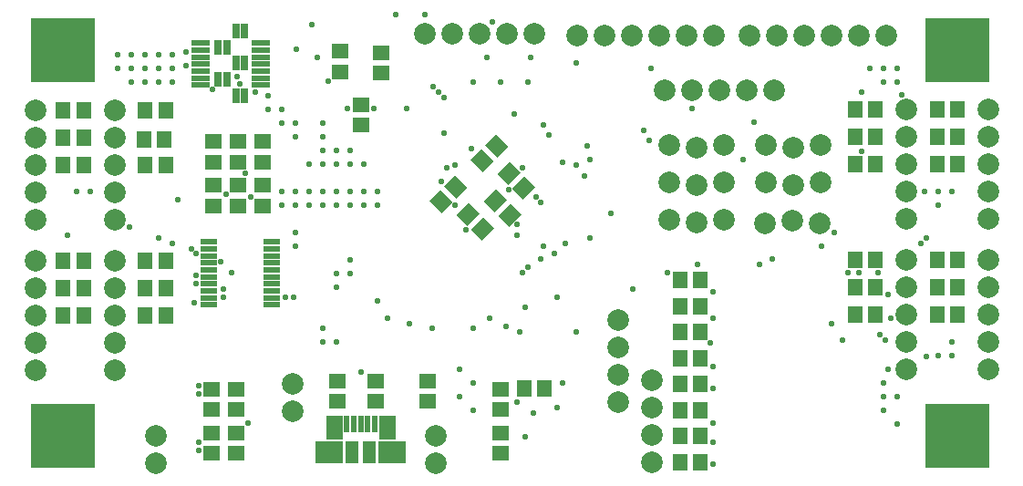
<source format=gbr>
G04 EAGLE Gerber RS-274X export*
G75*
%MOMM*%
%FSLAX34Y34*%
%LPD*%
%INSoldermask Bottom*%
%IPPOS*%
%AMOC8*
5,1,8,0,0,1.08239X$1,22.5*%
G01*
%ADD10R,1.627000X1.427000*%
%ADD11C,2.006600*%
%ADD12R,1.600200X0.482600*%
%ADD13R,1.427000X1.627000*%
%ADD14R,1.803400X0.482600*%
%ADD15R,2.502000X2.027000*%
%ADD16R,1.302000X2.027000*%
%ADD17R,1.602000X2.227000*%
%ADD18R,0.577000X1.507000*%
%ADD19R,5.969000X5.969000*%
%ADD20R,0.762000X1.397000*%
%ADD21C,0.584200*%


D10*
X298450Y379120D03*
X298450Y398120D03*
D11*
X599440Y361950D03*
X624840Y361950D03*
X650240Y361950D03*
X675640Y361950D03*
X701040Y361950D03*
X15240Y241300D03*
X15240Y266700D03*
X15240Y292100D03*
X15240Y317500D03*
X15240Y342900D03*
D10*
X317500Y329590D03*
X317500Y348590D03*
X336550Y396850D03*
X336550Y377850D03*
X180340Y314300D03*
X180340Y295300D03*
X180340Y254660D03*
X180340Y273660D03*
X203200Y314300D03*
X203200Y295300D03*
X203200Y254660D03*
X203200Y273660D03*
X226060Y314300D03*
X226060Y295300D03*
X226060Y254660D03*
X226060Y273660D03*
D12*
X176530Y162520D03*
X176530Y169020D03*
X176530Y175520D03*
X176530Y182020D03*
X176530Y188520D03*
X176530Y195020D03*
X176530Y201520D03*
X176530Y208020D03*
X176530Y214520D03*
X176530Y221020D03*
X234950Y221020D03*
X234950Y214520D03*
X234950Y208020D03*
X234950Y201520D03*
X234950Y195020D03*
X234950Y188520D03*
X234950Y182020D03*
X234950Y175520D03*
X234950Y169020D03*
X234950Y162520D03*
D11*
X678180Y412750D03*
X703580Y412750D03*
X728980Y412750D03*
X754380Y412750D03*
X779780Y412750D03*
X805180Y412750D03*
X88900Y241300D03*
X88900Y266700D03*
X88900Y292100D03*
X88900Y317500D03*
X88900Y342900D03*
X15240Y101600D03*
X15240Y127000D03*
X15240Y152400D03*
X15240Y177800D03*
X15240Y203200D03*
X88900Y101600D03*
X88900Y127000D03*
X88900Y152400D03*
X88900Y177800D03*
X88900Y203200D03*
X900430Y242570D03*
X900430Y267970D03*
X900430Y293370D03*
X900430Y318770D03*
X900430Y344170D03*
X824230Y242570D03*
X824230Y267970D03*
X824230Y293370D03*
X824230Y318770D03*
X824230Y344170D03*
X900430Y102870D03*
X900430Y128270D03*
X900430Y153670D03*
X900430Y179070D03*
X900430Y204470D03*
X824230Y102870D03*
X824230Y128270D03*
X824230Y153670D03*
X824230Y179070D03*
X824230Y204470D03*
X478790Y414020D03*
X453390Y414020D03*
X427990Y414020D03*
X402590Y414020D03*
X377190Y414020D03*
D13*
G36*
X454856Y274051D02*
X444766Y284141D01*
X456270Y295645D01*
X466360Y285555D01*
X454856Y274051D01*
G37*
G36*
X468291Y260615D02*
X458201Y270705D01*
X469705Y282209D01*
X479795Y272119D01*
X468291Y260615D01*
G37*
G36*
X432801Y310955D02*
X442891Y321045D01*
X454395Y309541D01*
X444305Y299451D01*
X432801Y310955D01*
G37*
G36*
X419366Y297519D02*
X429456Y307609D01*
X440960Y296105D01*
X430870Y286015D01*
X419366Y297519D01*
G37*
G36*
X394701Y272855D02*
X404791Y282945D01*
X416295Y271441D01*
X406205Y261351D01*
X394701Y272855D01*
G37*
G36*
X381266Y259419D02*
X391356Y269509D01*
X402860Y258005D01*
X392770Y247915D01*
X381266Y259419D01*
G37*
G36*
X416756Y235951D02*
X406666Y246041D01*
X418170Y257545D01*
X428260Y247455D01*
X416756Y235951D01*
G37*
G36*
X430191Y222515D02*
X420101Y232605D01*
X431605Y244109D01*
X441695Y234019D01*
X430191Y222515D01*
G37*
G36*
X442156Y248651D02*
X432066Y258741D01*
X443570Y270245D01*
X453660Y260155D01*
X442156Y248651D01*
G37*
G36*
X455591Y235215D02*
X445501Y245305D01*
X457005Y256809D01*
X467095Y246719D01*
X455591Y235215D01*
G37*
X633070Y185420D03*
X614070Y185420D03*
X633070Y161290D03*
X614070Y161290D03*
X633070Y137160D03*
X614070Y137160D03*
X633070Y113030D03*
X614070Y113030D03*
X633070Y88900D03*
X614070Y88900D03*
X633070Y64770D03*
X614070Y64770D03*
X633070Y40640D03*
X614070Y40640D03*
X633070Y16510D03*
X614070Y16510D03*
D14*
X168656Y366580D03*
X168656Y373080D03*
X168656Y379580D03*
X168656Y386080D03*
X168656Y392580D03*
X168656Y399080D03*
X168656Y405580D03*
X225044Y405580D03*
X225044Y399080D03*
X225044Y392580D03*
X225044Y386080D03*
X225044Y379580D03*
X225044Y373080D03*
X225044Y366580D03*
D13*
X60300Y317500D03*
X41300Y317500D03*
X60300Y342900D03*
X41300Y342900D03*
X135230Y316230D03*
X116230Y316230D03*
X136500Y342900D03*
X117500Y342900D03*
X60300Y177800D03*
X41300Y177800D03*
X60300Y203200D03*
X41300Y203200D03*
X136500Y177800D03*
X117500Y177800D03*
X136500Y203200D03*
X117500Y203200D03*
X852830Y318770D03*
X871830Y318770D03*
X852830Y344170D03*
X871830Y344170D03*
X776630Y318770D03*
X795630Y318770D03*
X776630Y344170D03*
X795630Y344170D03*
X852830Y179070D03*
X871830Y179070D03*
X852830Y204470D03*
X871830Y204470D03*
X776630Y179070D03*
X795630Y179070D03*
X776630Y204470D03*
X795630Y204470D03*
D11*
X744030Y238530D03*
X718630Y241070D03*
X693230Y238530D03*
D10*
X295910Y73050D03*
X295910Y92050D03*
X447040Y84430D03*
X447040Y65430D03*
X447040Y24790D03*
X447040Y43790D03*
D11*
X518160Y412750D03*
X543560Y412750D03*
X568960Y412750D03*
X594360Y412750D03*
X619760Y412750D03*
X645160Y412750D03*
X387350Y15240D03*
X387350Y40640D03*
X254000Y63500D03*
X254000Y88900D03*
D15*
X346625Y25400D03*
D16*
X325875Y25400D03*
D15*
X288375Y25400D03*
D16*
X309125Y25400D03*
D17*
X342125Y48400D03*
D18*
X317500Y52000D03*
X324000Y52000D03*
X311000Y52000D03*
X330500Y52000D03*
X304500Y52000D03*
D17*
X292875Y48400D03*
D10*
X379730Y73050D03*
X379730Y92050D03*
X331470Y73050D03*
X331470Y92050D03*
D19*
X40640Y398780D03*
X871220Y398780D03*
X40640Y40640D03*
X871220Y40640D03*
D10*
X179070Y24790D03*
X179070Y43790D03*
X179070Y84430D03*
X179070Y65430D03*
X201930Y24790D03*
X201930Y43790D03*
X201930Y84430D03*
X201930Y65430D03*
D13*
X60300Y292100D03*
X41300Y292100D03*
X136500Y292100D03*
X117500Y292100D03*
X60300Y152400D03*
X41300Y152400D03*
X136500Y152400D03*
X117500Y152400D03*
X852830Y293370D03*
X871830Y293370D03*
X776630Y293370D03*
X795630Y293370D03*
X852830Y153670D03*
X871830Y153670D03*
X776630Y153670D03*
X795630Y153670D03*
D11*
X127000Y15240D03*
X127000Y40640D03*
D13*
X488290Y85090D03*
X469290Y85090D03*
D11*
X556260Y148590D03*
X556260Y123190D03*
X556260Y97790D03*
X556260Y72390D03*
X588010Y92710D03*
X588010Y67310D03*
X588010Y41910D03*
X588010Y16510D03*
X603610Y276130D03*
X629010Y273590D03*
X654410Y276130D03*
X693610Y276130D03*
X719010Y273590D03*
X744410Y276130D03*
X603610Y310890D03*
X629010Y308350D03*
X654410Y310890D03*
X693610Y310890D03*
X719010Y308350D03*
X744410Y310890D03*
X603610Y241370D03*
X629010Y238830D03*
X654410Y241370D03*
D20*
X201676Y356870D03*
X209804Y356870D03*
X185166Y372110D03*
X193294Y372110D03*
X201676Y387350D03*
X209804Y387350D03*
X185166Y401320D03*
X193294Y401320D03*
X201676Y416560D03*
X209804Y416560D03*
D21*
X257500Y400000D03*
X130000Y225000D03*
X295000Y255000D03*
X420000Y307500D03*
X405000Y292500D03*
X415000Y232500D03*
X317500Y100000D03*
X500000Y67500D03*
X405000Y255000D03*
X287500Y370000D03*
X550000Y247500D03*
X307700Y267700D03*
X282300Y267700D03*
X295000Y267700D03*
X307700Y255000D03*
X320400Y255000D03*
X333100Y255000D03*
X320400Y267700D03*
X333100Y267700D03*
X269600Y267700D03*
X282300Y255000D03*
X269600Y255000D03*
X256900Y267700D03*
X256900Y255000D03*
X244200Y267700D03*
X244200Y255000D03*
X307700Y293100D03*
X320400Y293100D03*
X307700Y305800D03*
X295000Y305800D03*
X295000Y293100D03*
X282300Y293100D03*
X282300Y305800D03*
X282300Y318500D03*
X282300Y331200D03*
X269600Y293100D03*
X231500Y356600D03*
X231500Y343900D03*
X244200Y343900D03*
X244200Y331200D03*
X256900Y318500D03*
X256900Y331200D03*
X91800Y394700D03*
X91800Y382000D03*
X104500Y382000D03*
X104500Y369300D03*
X117200Y369300D03*
X117200Y382000D03*
X117200Y394700D03*
X104500Y394700D03*
X129900Y394700D03*
X129900Y382000D03*
X129900Y369300D03*
X142600Y369300D03*
X142600Y382000D03*
X142600Y394700D03*
X53700Y267700D03*
X66400Y267700D03*
X295000Y191500D03*
X295000Y178800D03*
X307700Y204200D03*
X307700Y191500D03*
X333100Y166100D03*
X383900Y140700D03*
X256900Y229600D03*
X256900Y216900D03*
X282300Y128000D03*
X295000Y128000D03*
X282300Y140700D03*
X422000Y64500D03*
X409300Y77200D03*
X422000Y89900D03*
X409300Y102600D03*
X422000Y140700D03*
X815700Y51800D03*
X803000Y64500D03*
X815700Y77200D03*
X803000Y77200D03*
X803000Y89900D03*
X866500Y115300D03*
X866500Y128000D03*
X853800Y115300D03*
X853800Y255000D03*
X866500Y267700D03*
X853800Y267700D03*
X841100Y267700D03*
X803000Y382000D03*
X815700Y382000D03*
X815700Y369300D03*
X803000Y369300D03*
X790300Y382000D03*
X472800Y369300D03*
X447400Y369300D03*
X422000Y369300D03*
X780000Y192500D03*
X837500Y220000D03*
X220000Y360000D03*
X470000Y40000D03*
X467500Y290000D03*
X397500Y290000D03*
X385000Y365000D03*
X782500Y360000D03*
X255000Y170000D03*
X392500Y277500D03*
X492500Y320000D03*
X247500Y170000D03*
X770000Y192500D03*
X687500Y200000D03*
X360000Y345000D03*
X487500Y330000D03*
X205000Y367500D03*
X377500Y432500D03*
X305000Y345000D03*
X350000Y432500D03*
X277500Y392500D03*
X460000Y340000D03*
X475000Y392500D03*
X330000Y345000D03*
X162500Y165000D03*
X192500Y265000D03*
X190000Y170000D03*
X215000Y262500D03*
X190000Y177500D03*
X210000Y285000D03*
X165000Y182500D03*
X165000Y190000D03*
X147500Y260000D03*
X142500Y220000D03*
X187500Y202500D03*
X165000Y210000D03*
X160000Y215000D03*
X102500Y235000D03*
X45000Y227500D03*
X197500Y192500D03*
X745000Y217500D03*
X842500Y225000D03*
X757500Y230000D03*
X820000Y357500D03*
X782500Y305000D03*
X497500Y210000D03*
X797500Y192500D03*
X505000Y90000D03*
X765000Y130000D03*
X807500Y172500D03*
X500000Y170000D03*
X805000Y130000D03*
X842500Y115000D03*
X800000Y135000D03*
X807500Y102500D03*
X755000Y145000D03*
X810000Y150000D03*
X645000Y175000D03*
X645000Y150000D03*
X642500Y127500D03*
X645000Y105000D03*
X507500Y220000D03*
X487500Y217500D03*
X437500Y150000D03*
X570000Y177500D03*
X452500Y142500D03*
X465000Y137500D03*
X470000Y160000D03*
X517500Y137500D03*
X462500Y227500D03*
X530000Y225000D03*
X645000Y85000D03*
X645000Y52500D03*
X645000Y35000D03*
X645000Y15000D03*
X395000Y322500D03*
X625000Y345000D03*
X390000Y360000D03*
X517500Y387500D03*
X435000Y392500D03*
X395000Y355000D03*
X587500Y382500D03*
X180000Y362500D03*
X202500Y375000D03*
X155000Y385000D03*
X155000Y397500D03*
X462500Y237500D03*
X462500Y72500D03*
X167500Y27500D03*
X212500Y52500D03*
X167500Y35000D03*
X167500Y87500D03*
X167500Y80000D03*
X477500Y62500D03*
X505000Y295000D03*
X527500Y310000D03*
X517500Y292500D03*
X342500Y150000D03*
X362500Y145000D03*
X580000Y325000D03*
X682500Y332500D03*
X525000Y282500D03*
X530000Y297500D03*
X480000Y262500D03*
X585000Y315000D03*
X485000Y257500D03*
X485000Y205000D03*
X700000Y205000D03*
X472500Y197500D03*
X630000Y200000D03*
X672500Y297500D03*
X467500Y192500D03*
X602500Y192500D03*
X455000Y270000D03*
X272500Y422500D03*
X440000Y425000D03*
M02*

</source>
